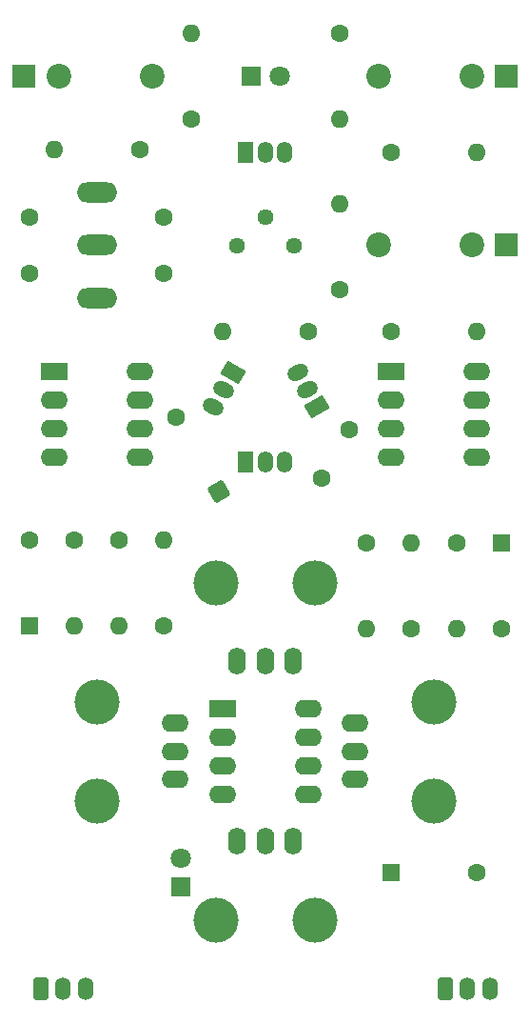
<source format=gbr>
%TF.GenerationSoftware,KiCad,Pcbnew,9.0.2*%
%TF.CreationDate,2025-06-18T19:11:40+10:00*%
%TF.ProjectId,ASDR,41534452-2e6b-4696-9361-645f70636258,rev?*%
%TF.SameCoordinates,Original*%
%TF.FileFunction,Soldermask,Top*%
%TF.FilePolarity,Negative*%
%FSLAX46Y46*%
G04 Gerber Fmt 4.6, Leading zero omitted, Abs format (unit mm)*
G04 Created by KiCad (PCBNEW 9.0.2) date 2025-06-18 19:11:40*
%MOMM*%
%LPD*%
G01*
G04 APERTURE LIST*
G04 Aperture macros list*
%AMRoundRect*
0 Rectangle with rounded corners*
0 $1 Rounding radius*
0 $2 $3 $4 $5 $6 $7 $8 $9 X,Y pos of 4 corners*
0 Add a 4 corners polygon primitive as box body*
4,1,4,$2,$3,$4,$5,$6,$7,$8,$9,$2,$3,0*
0 Add four circle primitives for the rounded corners*
1,1,$1+$1,$2,$3*
1,1,$1+$1,$4,$5*
1,1,$1+$1,$6,$7*
1,1,$1+$1,$8,$9*
0 Add four rect primitives between the rounded corners*
20,1,$1+$1,$2,$3,$4,$5,0*
20,1,$1+$1,$4,$5,$6,$7,0*
20,1,$1+$1,$6,$7,$8,$9,0*
20,1,$1+$1,$8,$9,$2,$3,0*%
%AMHorizOval*
0 Thick line with rounded ends*
0 $1 width*
0 $2 $3 position (X,Y) of the first rounded end (center of the circle)*
0 $4 $5 position (X,Y) of the second rounded end (center of the circle)*
0 Add line between two ends*
20,1,$1,$2,$3,$4,$5,0*
0 Add two circle primitives to create the rounded ends*
1,1,$1,$2,$3*
1,1,$1,$4,$5*%
%AMRotRect*
0 Rectangle, with rotation*
0 The origin of the aperture is its center*
0 $1 length*
0 $2 width*
0 $3 Rotation angle, in degrees counterclockwise*
0 Add horizontal line*
21,1,$1,$2,0,0,$3*%
G04 Aperture macros list end*
%ADD10R,1.350000X1.900000*%
%ADD11O,1.350000X1.900000*%
%ADD12C,1.600000*%
%ADD13O,1.600000X1.600000*%
%ADD14C,4.000000*%
%ADD15O,2.400000X1.600000*%
%ADD16O,1.600000X2.400000*%
%ADD17R,2.400000X1.600000*%
%ADD18RoundRect,0.250000X0.751314X-0.201314X0.201314X0.751314X-0.751314X0.201314X-0.201314X-0.751314X0*%
%ADD19R,2.000000X2.000000*%
%ADD20C,2.200000*%
%ADD21RoundRect,0.291666X-0.408334X-0.708334X0.408334X-0.708334X0.408334X0.708334X-0.408334X0.708334X0*%
%ADD22O,1.400000X2.000000*%
%ADD23RotRect,1.350000X1.900000X120.000000*%
%ADD24HorizOval,1.350000X0.238157X0.137500X-0.238157X-0.137500X0*%
%ADD25RotRect,1.350000X1.900000X240.000000*%
%ADD26HorizOval,1.350000X-0.238157X0.137500X0.238157X-0.137500X0*%
%ADD27RoundRect,0.250000X-0.550000X0.550000X-0.550000X-0.550000X0.550000X-0.550000X0.550000X0.550000X0*%
%ADD28RoundRect,0.250000X0.550000X-0.550000X0.550000X0.550000X-0.550000X0.550000X-0.550000X-0.550000X0*%
%ADD29RoundRect,0.250000X-0.550000X-0.550000X0.550000X-0.550000X0.550000X0.550000X-0.550000X0.550000X0*%
%ADD30C,1.440000*%
%ADD31R,1.800000X1.800000*%
%ADD32C,1.800000*%
%ADD33O,3.600000X1.800000*%
G04 APERTURE END LIST*
D10*
%TO.C,Q4*%
X148230000Y-69250000D03*
D11*
X150000000Y-69250000D03*
X151730000Y-69250000D03*
%TD*%
D12*
%TO.C,R13*%
X161190000Y-85200000D03*
D13*
X168810000Y-85200000D03*
%TD*%
D12*
%TO.C,R10*%
X159000000Y-103940000D03*
D13*
X159000000Y-111560000D03*
%TD*%
D14*
%TO.C,RV2*%
X135000000Y-126900000D03*
X135000000Y-118100000D03*
D15*
X142000000Y-119999999D03*
X142000000Y-122500000D03*
X142000000Y-125000001D03*
%TD*%
D14*
%TO.C,RV4*%
X145600000Y-107500000D03*
X154400000Y-107500000D03*
D16*
X152500001Y-114500000D03*
X150000000Y-114500000D03*
X147499999Y-114500000D03*
%TD*%
D17*
%TO.C,U3*%
X161190000Y-88690000D03*
D15*
X161190000Y-91230000D03*
X161190000Y-93770000D03*
X161190000Y-96310000D03*
X168810000Y-96310000D03*
X168810000Y-93770000D03*
X168810000Y-91230000D03*
X168810000Y-88690000D03*
%TD*%
D18*
%TO.C,D1*%
X145905000Y-99349556D03*
D12*
X142095000Y-92750442D03*
%TD*%
%TO.C,C3*%
X141000000Y-80000000D03*
X141000000Y-75000000D03*
%TD*%
%TO.C,R8*%
X167000000Y-103940000D03*
D13*
X167000000Y-111560000D03*
%TD*%
D17*
%TO.C,U1*%
X146190000Y-118690000D03*
D15*
X146190000Y-121230000D03*
X146190000Y-123770000D03*
X146190000Y-126310000D03*
X153810000Y-126310000D03*
X153810000Y-123770000D03*
X153810000Y-121230000D03*
X153810000Y-118690000D03*
%TD*%
D19*
%TO.C,J3*%
X171480000Y-77500000D03*
D20*
X168380000Y-77500000D03*
X160080000Y-77500000D03*
%TD*%
D21*
%TO.C,J4*%
X130000000Y-143550000D03*
D22*
X132000000Y-143550000D03*
X134000000Y-143550000D03*
%TD*%
D23*
%TO.C,Q2*%
X154621769Y-91827866D03*
D24*
X153736769Y-90295001D03*
X152871769Y-88796777D03*
%TD*%
D19*
%TO.C,J2*%
X171480000Y-62500000D03*
D20*
X168380000Y-62500000D03*
X160080000Y-62500000D03*
%TD*%
D12*
%TO.C,R4*%
X153810000Y-85160000D03*
D13*
X146190000Y-85160000D03*
%TD*%
D12*
%TO.C,R6*%
X136999999Y-103690000D03*
D13*
X136999999Y-111310000D03*
%TD*%
D12*
%TO.C,R9*%
X141000000Y-111310000D03*
D13*
X141000000Y-103690000D03*
%TD*%
D25*
%TO.C,Q1*%
X147148232Y-88787135D03*
D26*
X146263232Y-90320000D03*
X145398232Y-91818224D03*
%TD*%
D12*
%TO.C,R11*%
X156600000Y-58690000D03*
D13*
X156600000Y-66310000D03*
%TD*%
D27*
%TO.C,D4*%
X171000000Y-103940001D03*
D12*
X171000000Y-111560001D03*
%TD*%
%TO.C,R2*%
X143400000Y-66310000D03*
D13*
X143400000Y-58690000D03*
%TD*%
D12*
%TO.C,R3*%
X156650000Y-81410000D03*
D13*
X156650000Y-73790000D03*
%TD*%
D12*
%TO.C,C1*%
X155000000Y-98215064D03*
X157500000Y-93884937D03*
%TD*%
%TO.C,R5*%
X163000000Y-111560000D03*
D13*
X163000000Y-103940000D03*
%TD*%
D10*
%TO.C,Q3*%
X148230000Y-96800000D03*
D11*
X150000000Y-96800000D03*
X151730000Y-96800000D03*
%TD*%
D28*
%TO.C,D2*%
X129000000Y-111310000D03*
D12*
X129000000Y-103690000D03*
%TD*%
D29*
%TO.C,D3*%
X161190000Y-133250000D03*
D12*
X168810000Y-133250000D03*
%TD*%
D30*
%TO.C,RV5*%
X152530000Y-77505000D03*
X149990000Y-74965000D03*
X147450000Y-77505000D03*
%TD*%
D31*
%TO.C,D5*%
X148725000Y-62500000D03*
D32*
X151265000Y-62500000D03*
%TD*%
D19*
%TO.C,J1*%
X128520000Y-62500000D03*
D20*
X131620000Y-62500000D03*
X139920000Y-62500000D03*
%TD*%
D33*
%TO.C,SW1*%
X135000000Y-72800000D03*
X135000000Y-77500000D03*
X135000000Y-82200000D03*
%TD*%
D14*
%TO.C,RV3*%
X165000000Y-118100000D03*
X165000000Y-126900000D03*
D15*
X158000000Y-125000001D03*
X158000000Y-122500000D03*
X158000000Y-119999999D03*
%TD*%
D12*
%TO.C,R1*%
X138810000Y-69000000D03*
D13*
X131190000Y-69000000D03*
%TD*%
D12*
%TO.C,R7*%
X132999999Y-103690000D03*
D13*
X132999999Y-111310000D03*
%TD*%
D17*
%TO.C,U2*%
X131190000Y-88690000D03*
D15*
X131190000Y-91230000D03*
X131190000Y-93770000D03*
X131190000Y-96310000D03*
X138810000Y-96310000D03*
X138810000Y-93770000D03*
X138810000Y-91230000D03*
X138810000Y-88690000D03*
%TD*%
D12*
%TO.C,R12*%
X161190000Y-69250000D03*
D13*
X168810000Y-69250000D03*
%TD*%
D12*
%TO.C,C4*%
X129000000Y-75000000D03*
X129000000Y-80000000D03*
%TD*%
D21*
%TO.C,J5*%
X166000000Y-143550000D03*
D22*
X168000000Y-143550000D03*
X170000000Y-143550000D03*
%TD*%
D31*
%TO.C,C2*%
X142500000Y-134500001D03*
D32*
X142500000Y-132000001D03*
%TD*%
D14*
%TO.C,RV1*%
X154400000Y-137500000D03*
X145600000Y-137500000D03*
D16*
X147499999Y-130500000D03*
X150000000Y-130500000D03*
X152500001Y-130500000D03*
%TD*%
M02*

</source>
